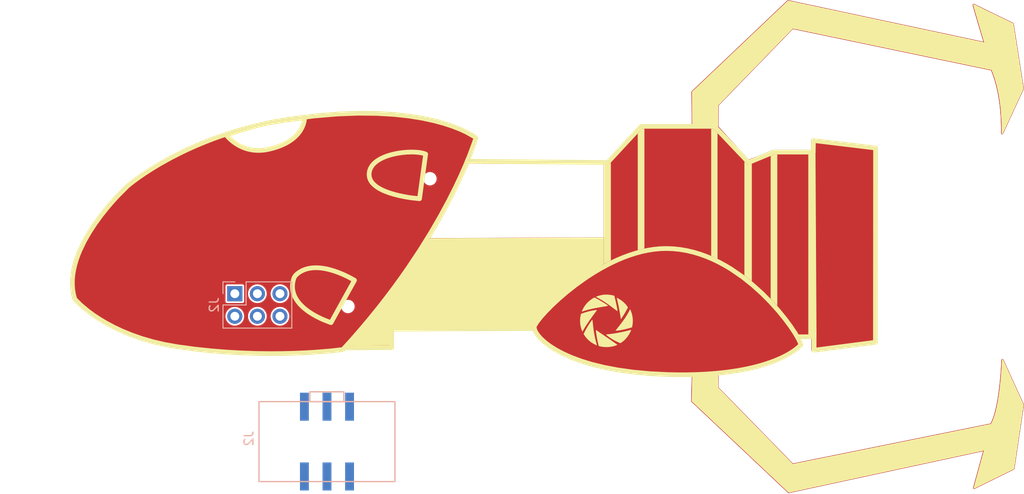
<source format=kicad_pcb>
(kicad_pcb (version 20240108) (generator "pcbnew") (generator_version "8.0")
  (layers (0 "F.Cu" signal) (31 "B.Cu" signal) (34 "B.Paste" user) (35 "F.Paste" user) (36 "B.SilkS" user "B.Silkscreen") (37 "F.SilkS" user "F.Silkscreen") (38 "B.Mask" user) (39 "F.Mask" user) (44 "Edge.Cuts" user))
  (net 0 "")
  (footprint "TestPoint:TestPoint_Pad_1.0x1.0mm" (layer "F.Cu") (at 146.15 74.325)
    (property "Reference" "REF**" (hide yes))
    (property "Value" "." (hide yes))
    (pad "" np_thru_hole circle (at 0 0) (size 1 1) (drill 1) (layers "F&B.Cu"))
  )
  (footprint "TestPoint:TestPoint_Pad_1.0x1.0mm" (layer "F.Cu") (at 136.925 88.7)
    (property "Reference" "REF**" (hide yes))
    (property "Value" "." (hide yes))
    (pad "" np_thru_hole circle (at 0 0) (size 1 1) (drill 1) (layers "F&B.Cu"))
  )
  (footprint "Connector_PinHeader_2.54mm:PinHeader_2x03_P2.54mm_Vertical" (layer "B.Cu") (at 124.195 87.26 -90)
    (property "Reference" "J2" (at 1.27 2.33 90) (layer "B.SilkS") (effects (justify mirror)))
    (property "Value" "SAO")
    (pad "1" thru_hole rect (at 0 0 270) (size 1.7 1.7) (drill 1) (layers "*.Cu" "*.Mask"))
    (pad "2" thru_hole oval (at 2.54 0 270) (size 1.7 1.7) (drill 1) (layers "*.Cu" "*.Mask"))
    (pad "3" thru_hole oval (at 0 -2.54 270) (size 1.7 1.7) (drill 1) (layers "*.Cu" "*.Mask"))
    (pad "4" thru_hole oval (at 2.54 -2.54 270) (size 1.7 1.7) (drill 1) (layers "*.Cu" "*.Mask"))
    (pad "5" thru_hole oval (at 0 -5.08 270) (size 1.7 1.7) (drill 1) (layers "*.Cu" "*.Mask"))
    (pad "6" thru_hole oval (at 2.54 -5.08 270) (size 1.7 1.7) (drill 1) (layers "*.Cu" "*.Mask"))
  )
  (footprint "Connector_PinHeader_2.54mm:PinHeader_2x03_P2.54mm_Vertical_SMD" (layer "B.Cu") (at 134.565 103.9 -90)
    (property "Reference" "J2" (at -0.335 8.79 90) (layer "B.SilkS") (effects (justify mirror)))
    (property "Value" "SAO")
    (pad "1" smd rect (at -3.925 2.54 270) (size 3.15 1) (layers "B.Cu" "B.Paste" "B.Mask"))
    (pad "2" smd rect (at 3.925 2.54 270) (size 3.15 1) (layers "B.Cu" "B.Paste" "B.Mask"))
    (pad "3" smd rect (at -3.925 0 270) (size 3.15 1) (layers "B.Cu" "B.Paste" "B.Mask"))
    (pad "4" smd rect (at 3.925 0 270) (size 3.15 1) (layers "B.Cu" "B.Paste" "B.Mask"))
    (pad "5" smd rect (at -3.925 -2.54 270) (size 3.15 1) (layers "B.Cu" "B.Paste" "B.Mask"))
    (pad "6" smd rect (at 3.925 -2.54 270) (size 3.15 1) (layers "B.Cu" "B.Paste" "B.Mask"))
  )
  (gr_line (start 136.52259 93.368042) (end 141.851791 93.321556) (stroke (width 0.529166)) (layer "F.SilkS"))
  (gr_line (start 189.375 92.105098) (end 187.485358 92.108276) (stroke (width 0.529166)) (layer "F.SilkS"))
  (gr_poly (pts (xy 163.048117 90.519745) (xy 163.042379 90.407257) (xy 163.04112 90.309531) (xy 163.040929 90.294682) (xy 163.043778 90.182157) (xy 163.050936 90.069822) (xy 163.062411 89.957813) (xy 163.078214 89.846269) (xy 163.098353 89.735328) (xy 163.12284 89.625129) (xy 163.131333 89.590567) (xy 163.135022 89.576545) (xy 163.138546 89.564436) (xy 163.142063 89.554043) (xy 163.143866 89.549429) (xy 163.145726 89.545171) (xy 163.147662 89.541244) (xy 163.149692 89.537623) (xy 163.151838 89.534285) (xy 163.154117 89.531205) (xy 163.15655 89.528358) (xy 163.159155 89.52572) (xy 163.161954 89.523266) (xy 163.164964 89.520972) (xy 163.168205 89.518814) (xy 163.171697 89.516766) (xy 163.17546 89.514806) (xy 163.179512 89.512907) (xy 163.188563 89.509197) (xy 163.199007 89.505442) (xy 163.224693 89.497013) (xy 163.255124 89.486937) (xy 163.293582 89.473847) (xy 163.335142 89.459437) (xy 163.374877 89.4454) (xy 163.550896 89.385352) (xy 163.731381 89.329257) (xy 163.91447 89.277566) (xy 164.098298 89.230726) (xy 164.281001 89.189189) (xy 164.460715 89.153402) (xy 164.635575 89.123816) (xy 164.803718 89.100879) (xy 164.810001 89.100241) (xy 164.818007 89.099595) (xy 164.837871 89.098354) (xy 164.860681 89.097296) (xy 164.883811 89.096561) (xy 164.93814 89.095279) (xy 164.918784 89.127315) (xy 164.896557 89.163439) (xy 164.873408 89.199584) (xy 164.847958 89.237714) (xy 164.818824 89.279791) (xy 164.784626 89.32778) (xy 164.743984 89.383645) (xy 164.63784 89.526855) (xy 164.435826 89.801165) (xy 164.241238 90.072596) (xy 164.056117 90.338079) (xy 163.882509 90.594548) (xy 163.722458 90.838933) (xy 163.578008 91.068167) (xy 163.451202 91.279182) (xy 163.344085 91.46891) (xy 163.330059 91.49492) (xy 163.32435 91.504997) (xy 163.319285 91.51296) (xy 163.314695 91.51869) (xy 163.312526 91.52068) (xy 163.310412 91.522067) (xy 163.308332 91.522835) (xy 163.306266 91.52297) (xy 163.304191 91.522456) (xy 163.302088 91.521279) (xy 163.299935 91.519423) (xy 163.29771 91.516873) (xy 163.292963 91.509633) (xy 163.287677 91.499437) (xy 163.281685 91.486166) (xy 163.266904 91.449916) (xy 163.247268 91.399921) (xy 163.207565 91.293106) (xy 163.172074 91.185099) (xy 163.140805 91.076037) (xy 163.113767 90.966058) (xy 163.090969 90.855302) (xy 163.072422 90.743905) (xy 163.058135 90.632007)) (fill solid) (layer "F.SilkS"))
  (gr_poly (pts (xy 170.27999 68.695484) (xy 170.27999 82.176128) (xy 169.532371 82.364196) (xy 169.532371 69.222318) (xy 170.014014 68.687187)) (fill solid) (layer "F.SilkS"))
  (gr_line (start 166.146041 72.500049) (end 169.912132 68.43094) (stroke (width 0.529166)) (layer "F.SilkS"))
  (gr_poly (pts (xy 164.813667 87.609687) (xy 164.855895 87.633354) (xy 164.86588 87.638879) (xy 165.055335 87.743709) (xy 165.257611 87.857324) (xy 165.449363 87.969663) (xy 165.636023 88.084313) (xy 165.823026 88.204857) (xy 166.015804 88.334882) (xy 166.219792 88.477974) (xy 166.440422 88.637718) (xy 166.683128 88.817699) (xy 166.812454 88.913867) (xy 166.936214 89.004767) (xy 167.04037 89.080157) (xy 167.110885 89.129799) (xy 167.199296 89.190146) (xy 167.245033 89.221702) (xy 167.248454 89.222232) (xy 167.250786 89.218199) (xy 167.252309 89.197099) (xy 167.249855 89.159722) (xy 167.243677 89.107384) (xy 167.221157 88.963096) (xy 167.186769 88.774777) (xy 167.142534 88.552966) (xy 167.090473 88.308204) (xy 167.032606 88.051031) (xy 166.970954 87.791988) (xy 166.927829 87.614865) (xy 166.906493 87.525066) (xy 166.905829 87.522205) (xy 166.905057 87.519468) (xy 166.90415 87.516843) (xy 166.903082 87.514319) (xy 166.90183 87.511888) (xy 166.900366 87.509538) (xy 166.898666 87.507258) (xy 166.896704 87.505039) (xy 166.894454 87.502871) (xy 166.891891 87.500742) (xy 166.888989 87.498642) (xy 166.885723 87.496562) (xy 166.882067 87.49449) (xy 166.877995 87.492416) (xy 166.873483 87.49033) (xy 166.868505 87.488221) (xy 166.863034 87.48608) (xy 166.857046 87.483895) (xy 166.850515 87.481656) (xy 166.843415 87.479354) (xy 166.835722 87.476976) (xy 166.827408 87.474514) (xy 166.81845 87.471957) (xy 166.80882 87.469294) (xy 166.787447 87.463609) (xy 166.763085 87.457377) (xy 166.735528 87.450515) (xy 166.704574 87.442939) (xy 166.65196 87.430902) (xy 166.596722 87.41971) (xy 166.479954 87.399984) (xy 166.357431 87.38401) (xy 166.232314 87.372038) (xy 166.107767 87.364317) (xy 165.986952 87.361096) (xy 165.87303 87.362625) (xy 165.819643 87.365248) (xy 165.769164 87.369152) (xy 165.647819 87.382645) (xy 165.528404 87.400345) (xy 165.410781 87.422286) (xy 165.29481 87.448501) (xy 165.180352 87.479025) (xy 165.067268 87.513892) (xy 164.955418 87.553136) (xy 164.844665 87.59679)) (fill solid) (layer "F.SilkS"))
  (gr_line (start 150.348239 72.360674) (end 166.146041 72.500049) (stroke (width 0.529166)) (layer "F.SilkS"))
  (gr_line (start 196.289069 70.869096) (end 196.27127 92.728119) (stroke (width 0.529166)) (layer "F.SilkS"))
  (gr_poly (pts (xy 165.867122 88.689613) (xy 165.939132 88.677007) (xy 166.005143 88.664593) (xy 166.063652 88.652692) (xy 166.113153 88.641624) (xy 166.152142 88.631709) (xy 166.179114 88.623269) (xy 166.187624 88.619701) (xy 166.192565 88.616623) (xy 166.192619 88.610145) (xy 166.184221 88.599051) (xy 166.144203 88.56428) (xy 166.076775 88.51485) (xy 165.9862 88.453304) (xy 165.752662 88.304025) (xy 165.477694 88.13677) (xy 165.195401 87.971868) (xy 164.939889 87.829648) (xy 164.832834 87.773397) (xy 164.745263 87.730439) (xy 164.681441 87.703316) (xy 164.659767 87.696486) (xy 164.645629 87.694568) (xy 164.644048 87.694766) (xy 164.642119 87.69518) (xy 164.639868 87.695797) (xy 164.637322 87.696607) (xy 164.634508 87.697597) (xy 164.631452 87.698756) (xy 164.62818 87.700073) (xy 164.624721 87.701536) (xy 164.617343 87.704852) (xy 164.609533 87.708613) (xy 164.601503 87.712726) (xy 164.593467 87.717098) (xy 164.49014 87.777463) (xy 164.390066 87.840713) (xy 164.293268 87.906821) (xy 164.199774 87.97576) (xy 164.109609 88.047502) (xy 164.022799 88.122022) (xy 163.93937 88.199293) (xy 163.859348 88.279287) (xy 163.782758 88.361979) (xy 163.709626 88.44734) (xy 163.639979 88.535345) (xy 163.573841 88.625966) (xy 163.51124 88.719177) (xy 163.4522 88.814951) (xy 163.396748 88.913261) (xy 163.344909 89.01408) (xy 163.325231 89.055108) (xy 163.30503 89.098758) (xy 163.292683 89.126663) (xy 163.267226 89.184194) (xy 163.251709 89.221114) (xy 163.239837 89.250925) (xy 163.232654 89.271194) (xy 163.231146 89.276989) (xy 163.2312 89.279487) (xy 163.232079 89.279447) (xy 163.234243 89.278975) (xy 163.242162 89.276818) (xy 163.25442 89.273184) (xy 163.270479 89.268239) (xy 163.311859 89.25509) (xy 163.362006 89.238712) (xy 163.604324 89.162246) (xy 163.8559 89.090284) (xy 164.120857 89.021915) (xy 164.403318 88.956228) (xy 164.707402 88.892313) (xy 165.037233 88.829259) (xy 165.396931 88.766155) (xy 165.790618 88.702091)) (fill solid) (layer "F.SilkS"))
  (gr_line (start 189.375 93.618145) (end 189.375 92.105098) (stroke (width 0.529166)) (layer "F.SilkS"))
  (gr_poly (pts (xy 166.506286 83.513282) (xy 165.706634 83.919818) (xy 165.706634 72.711753) (xy 166.309562 72.711753) (xy 166.506286 72.507789)) (fill solid) (layer "F.SilkS"))
  (gr_line (start 141.851791 91.256004) (end 157.892749 91.185188) (stroke (width 0.529166)) (layer "F.SilkS"))
  (gr_line (start 178.136924 68.43094) (end 182.000106 72.500049) (stroke (width 0.529166)) (layer "F.SilkS"))
  (gr_poly (pts (xy 189.644881 92.093189) (xy 188.721313 92.088081) (xy 188.721313 71.364176) (xy 189.52835 71.364176)) (fill solid) (layer "F.SilkS"))
  (gr_line (start 141.851791 93.321556) (end 141.851791 91.256004) (stroke (width 0.529166)) (layer "F.SilkS"))
  (gr_line (start 169.912132 68.43094) (end 178.136924 68.43094) (stroke (width 0.529166)) (layer "F.SilkS"))
  (gr_poly (pts (xy 165.706634 83.919818) (xy 164.896816 84.443053) (xy 163.999069 85.068098) (xy 162.874562 85.909649) (xy 162.251134 86.405574) (xy 161.599647 86.948376) (xy 160.929646 87.535639) (xy 160.250673 88.164945) (xy 159.572273 88.833879) (xy 158.90399 89.540024) (xy 158.255367 90.280963) (xy 157.635947 91.054279) (xy 141.848479 91.06776) (xy 141.809589 91.124919) (xy 141.781977 91.16509) (xy 141.772255 91.178952) (xy 141.767589 91.185188) (xy 141.762923 91.192051) (xy 141.7532 91.207562) (xy 141.725589 91.252739) (xy 141.686698 91.317176) (xy 141.646247 93.063102) (xy 137.048873 93.11029) (xy 146.186706 81.019264) (xy 165.706634 80.938327)) (fill solid) (layer "F.SilkS"))
  (gr_poly (pts (xy 166.777327 93.178705) (xy 166.65103 93.206814) (xy 166.520694 93.229713) (xy 166.387193 93.247342) (xy 166.251398 93.259639) (xy 166.114185 93.266543) (xy 165.976427 93.267992) (xy 165.838997 93.263924) (xy 165.702769 93.254279) (xy 165.568616 93.238995) (xy 165.437413 93.218011) (xy 165.310032 93.191264) (xy 165.187347 93.158695) (xy 165.145225 93.146228) (xy 165.126907 93.084232) (xy 165.079669 92.906346) (xy 165.029406 92.686387) (xy 164.97899 92.44051) (xy 164.931295 92.18487) (xy 164.889193 91.935621) (xy 164.855559 91.708919) (xy 164.833266 91.520919) (xy 164.830478 91.486309) (xy 164.82727 91.44648) (xy 164.825187 91.387775) (xy 164.825208 91.384076) (xy 164.825275 91.380481) (xy 164.825387 91.377009) (xy 164.825539 91.373677) (xy 164.825731 91.370505) (xy 164.82596 91.367511) (xy 164.826223 91.364714) (xy 164.826518 91.362132) (xy 164.826843 91.359784) (xy 164.827195 91.357689) (xy 164.827572 91.355866) (xy 164.827972 91.354332) (xy 164.828392 91.353106) (xy 164.828609 91.352615) (xy 164.82883 91.352208) (xy 164.829055 91.351887) (xy 164.829283 91.351655) (xy 164.829515 91.351514) (xy 164.829749 91.351467) (xy 164.832705 91.351973) (xy 164.837078 91.35343) (xy 164.842704 91.355744) (xy 164.849417 91.358824) (xy 164.865444 91.366907) (xy 164.883839 91.376936) (xy 164.90328 91.388169) (xy 164.922445 91.399864) (xy 164.940014 91.411278) (xy 164.947787 91.416648) (xy 164.954665 91.421669) (xy 165.044566 91.48731) (xy 165.174881 91.578504) (xy 165.355884 91.702346) (xy 165.597846 91.865936) (xy 165.902486 92.07193) (xy 166.169065 92.254387) (xy 166.444956 92.445968) (xy 166.777534 92.679336) (xy 166.918814 92.778512) (xy 167.043407 92.865463) (xy 167.137821 92.93081) (xy 167.188567 92.965175) (xy 167.247764 93.003337) (xy 167.224647 93.015407) (xy 167.123244 93.063738) (xy 167.014307 93.107106) (xy 166.89871 93.145449)) (fill solid) (layer "F.SilkS"))
  (gr_line (start 189.275 71.331911) (end 189.3 70.025) (stroke (width 0.529166)) (layer "F.SilkS"))
  (gr_poly (pts (xy 133.666977 84.35271) (xy 133.925819 84.377225) (xy 134.183925 84.41325) (xy 134.440291 84.459611) (xy 134.693916 84.515136) (xy 134.943799 84.578654) (xy 135.428329 84.724979) (xy 135.885868 84.889206) (xy 136.308403 85.061961) (xy 136.687918 85.233865) (xy 137.016401 85.395541) (xy 137.488214 85.650702) (xy 137.659732 85.752426) (xy 135.019141 90.514152) (xy 134.794769 90.438431) (xy 134.212433 90.210306) (xy 133.829583 90.038642) (xy 133.408308 89.828336) (xy 132.965628 89.579209) (xy 132.518566 89.291079) (xy 132.298711 89.132332) (xy 132.084144 88.963768) (xy 131.876992 88.785362) (xy 131.679383 88.597094) (xy 131.493444 88.398939) (xy 131.321304 88.190877) (xy 131.16509 87.972884) (xy 131.02693 87.744938) (xy 130.908951 87.507016) (xy 130.813282 87.259095) (xy 130.742049 87.001154) (xy 130.697381 86.73317) (xy 130.681406 86.455119) (xy 130.696251 86.166981) (xy 130.744043 85.868731) (xy 130.826911 85.560348) (xy 130.847683 85.502975) (xy 130.872176 85.447568) (xy 130.900145 85.394064) (xy 130.931348 85.342401) (xy 130.965541 85.292517) (xy 131.002481 85.24435) (xy 131.041926 85.197837) (xy 131.083631 85.152916) (xy 131.127355 85.109524) (xy 131.172852 85.0676) (xy 131.219882 85.02708) (xy 131.268199 84.987902) (xy 131.317562 84.950004) (xy 131.367727 84.913324) (xy 131.469489 84.843368) (xy 131.689892 84.711558) (xy 131.918572 84.601806) (xy 132.154529 84.512941) (xy 132.396761 84.443789) (xy 132.644265 84.393178) (xy 132.896041 84.359937) (xy 133.151085 84.342894) (xy 133.408398 84.340875)) (stroke (width 0.529166)) (fill none) (layer "F.SilkS"))
  (gr_poly (pts (xy 132.02996 67.577064) (xy 132.01757 67.709241) (xy 131.989064 67.883539) (xy 131.938002 68.093754) (xy 131.857947 68.333686) (xy 131.74246 68.597131) (xy 131.585102 68.877888) (xy 131.488709 69.02282) (xy 131.379434 69.169755) (xy 131.256472 69.317916) (xy 131.119018 69.466529) (xy 130.966267 69.614818) (xy 130.797415 69.762008) (xy 130.611657 69.907323) (xy 130.408187 70.04999) (xy 130.186201 70.189231) (xy 129.944894 70.324273) (xy 129.683462 70.454339) (xy 129.401099 70.578654) (xy 129.097 70.696444) (xy 128.770362 70.806932) (xy 128.420378 70.909344) (xy 128.046245 71.002905) (xy 127.755813 71.061886) (xy 127.474014 71.103932) (xy 127.200886 71.130029) (xy 126.936469 71.141167) (xy 126.680799 71.138332) (xy 126.433917 71.122513) (xy 126.195861 71.094698) (xy 125.966668 71.055873) (xy 125.746377 71.007028) (xy 125.535028 70.94915) (xy 125.332658 70.883227) (xy 125.139306 70.810246) (xy 124.955011 70.731196) (xy 124.779811 70.647064) (xy 124.613744 70.558838) (xy 124.456849 70.467506) (xy 124.309164 70.374057) (xy 124.170729 70.279477) (xy 124.041581 70.184755) (xy 123.921759 70.090878) (xy 123.710247 69.909612) (xy 123.536501 69.743582) (xy 123.400829 69.600691) (xy 123.303539 69.488842) (xy 123.225337 69.389879) (xy 124.804183 68.8903) (xy 126.197266 68.479013) (xy 126.875418 68.295174) (xy 127.476812 68.149559) (xy 128.101653 68.025485) (xy 128.819103 67.903401) (xy 129.574939 67.787793) (xy 130.314941 67.683146) (xy 131.530548 67.524677) (xy 132.032146 67.46388)) (stroke (width 0.529166)) (fill none) (layer "F.SilkS"))
  (gr_line (start 182.000106 72.500049) (end 184.84497 71.326107) (stroke (width 0.529166)) (layer "F.SilkS"))
  (gr_poly (pts (xy 178.50682 69.205726) (xy 178.50682 83.351497) (xy 177.791808 83.003036) (xy 177.791808 68.691335) (xy 178.032714 68.691335)) (fill solid) (layer "F.SilkS"))
  (gr_line (start 196.27127 92.728119) (end 189.375 93.618145) (stroke (width 0.529166)) (layer "F.SilkS"))
  (gr_line (start 189.3 70.025) (end 196.289069 70.869096) (stroke (width 0.529166)) (layer "F.SilkS"))
  (gr_poly (pts (xy 185.232421 88.636856) (xy 184.484794 87.81509) (xy 184.484794 71.762666) (xy 184.894996 71.591728) (xy 185.232421 71.589176)) (fill solid) (layer "F.SilkS"))
  (gr_poly (pts (xy 208.60311 59.073828) (xy 207.96503 56.921336) (xy 207.530971 55.441498) (xy 207.343383 54.768844) (xy 211.725044 56.904905) (xy 212.86428 64.18942) (xy 210.541991 69.206422) (xy 210.546956 68.508951) (xy 210.524087 67.7305) (xy 210.497834 67.261084) (xy 210.458471 66.748584) (xy 210.403575 66.200783) (xy 210.330724 65.625462) (xy 210.237494 65.030405) (xy 210.121462 64.423393) (xy 209.980206 63.81221) (xy 209.811302 63.204637) (xy 209.715724 62.904636) (xy 209.612327 62.608456) (xy 209.500806 62.31707) (xy 209.380859 62.031451) (xy 186.957694 57.354025) (xy 178.512038 66.051626) (xy 178.50682 68.43094) (xy 175.740638 68.43094) (xy 175.707778 64.561861) (xy 186.453803 54.352587)) (stroke (width 0.132291)) (fill solid) (layer "F.SilkS"))
  (gr_poly (pts (xy 167.204108 87.735663) (xy 167.217674 87.742095) (xy 167.233621 87.749881) (xy 167.252119 87.759078) (xy 167.273339 87.769741) (xy 167.297454 87.781925) (xy 167.384177 87.827646) (xy 167.469324 87.876228) (xy 167.552743 87.927535) (xy 167.634283 87.981432) (xy 167.713794 88.037784) (xy 167.791126 88.096456) (xy 167.866126 88.157312) (xy 167.938645 88.220217) (xy 168.008531 88.285035) (xy 168.075634 88.351633) (xy 168.139803 88.419873) (xy 168.200888 88.489621) (xy 168.258736 88.560742) (xy 168.313199 88.6331) (xy 168.364124 88.70656) (xy 168.411361 88.780986) (xy 168.430633 88.812816) (xy 168.269775 89.101459) (xy 168.179894 89.261239) (xy 168.09579 89.407551) (xy 168.016501 89.541951) (xy 167.941063 89.665996) (xy 167.868515 89.781242) (xy 167.797896 89.889245) (xy 167.728242 89.991562) (xy 167.658591 90.089748) (xy 167.628486 90.13134) (xy 167.596267 89.910278) (xy 167.553619 89.635207) (xy 167.503068 89.338057) (xy 167.387482 88.72374) (xy 167.327058 88.429682) (xy 167.267955 88.159766) (xy 167.212478 87.925545) (xy 167.162933 87.738575) (xy 167.161632 87.733742) (xy 167.161157 87.731603) (xy 167.160826 87.729658) (xy 167.160662 87.727914) (xy 167.160686 87.726377) (xy 167.160775 87.725688) (xy 167.160919 87.725054) (xy 167.161121 87.724476) (xy 167.161383 87.723954) (xy 167.161709 87.723489) (xy 167.1621 87.723081) (xy 167.162559 87.722733) (xy 167.16309 87.722444) (xy 167.163694 87.722216) (xy 167.164374 87.722049) (xy 167.165134 87.721945) (xy 167.165976 87.721903) (xy 167.166902 87.721926) (xy 167.167915 87.722014) (xy 167.170213 87.722387) (xy 167.172893 87.72303) (xy 167.175974 87.723949) (xy 167.179479 87.725152) (xy 167.183429 87.726646) (xy 167.187846 87.728437) (xy 167.19275 87.730532) (xy 167.198164 87.732939)) (fill solid) (layer "F.SilkS"))
  (gr_line (start 184.84497 71.326107) (end 189.275 71.331911) (stroke (width 0.529166)) (layer "F.SilkS"))
  (gr_poly (pts (xy 168.886481 91.043092) (xy 168.885289 91.04504) (xy 168.884064 91.0467) (xy 168.882793 91.048104) (xy 168.881466 91.049282) (xy 168.880071 91.050265) (xy 168.878598 91.051083) (xy 168.877035 91.051767) (xy 168.875372 91.052347) (xy 168.873597 91.052854) (xy 168.869667 91.05377) (xy 168.865157 91.05476) (xy 168.849489 91.058938) (xy 168.821184 91.067023) (xy 168.742736 91.090255) (xy 168.520664 91.153777) (xy 168.287072 91.214513) (xy 168.050879 91.270634) (xy 167.821007 91.320314) (xy 167.606376 91.361723) (xy 167.415906 91.393034) (xy 167.258519 91.41242) (xy 167.195019 91.41707) (xy 167.143134 91.418052) (xy 167.019599 91.415557) (xy 167.065146 91.359604) (xy 167.130912 91.278812) (xy 167.395885 90.949476) (xy 167.628541 90.651443) (xy 167.833129 90.378567) (xy 168.013893 90.124703) (xy 168.175082 89.883707) (xy 168.320941 89.649431) (xy 168.455716 89.41573) (xy 168.583656 89.17646) (xy 168.641118 89.065516) (xy 168.659689 89.029973) (xy 168.667808 89.014785) (xy 168.668539 89.01418) (xy 168.66954 89.014304) (xy 168.672319 89.016667) (xy 168.676081 89.021736) (xy 168.680762 89.029369) (xy 168.692621 89.051771) (xy 168.707382 89.082753) (xy 168.724532 89.121196) (xy 168.743554 89.16598) (xy 168.763936 89.215985) (xy 168.785163 89.270092) (xy 168.82071 89.367652) (xy 168.852646 89.466229) (xy 168.880967 89.565746) (xy 168.905667 89.66613) (xy 168.926739 89.767305) (xy 168.944177 89.869197) (xy 168.957975 89.971729) (xy 168.968127 90.074828) (xy 168.974628 90.178419) (xy 168.977471 90.282425) (xy 168.976651 90.386773) (xy 168.97216 90.491388) (xy 168.963994 90.596194) (xy 168.952146 90.701116) (xy 168.93661 90.80608) (xy 168.917381 90.91101) (xy 168.907797 90.958713) (xy 168.903909 90.977791) (xy 168.900506 90.994014) (xy 168.897498 91.007624) (xy 168.896115 91.013526) (xy 168.894797 91.018867) (xy 168.893534 91.023676) (xy 168.892314 91.027986) (xy 168.891127 91.031825) (xy 168.889961 91.035225) (xy 168.888806 91.038215) (xy 168.887649 91.040828)) (fill solid) (layer "F.SilkS"))
  (gr_line (start 196.173807 83.024353) (end 196.173809 83.024353) (stroke (width 0.1)) (layer "F.SilkS"))
  (gr_poly (pts (xy 173.522664 82.204502) (xy 174.309248 82.287328) (xy 175.082267 82.421166) (xy 175.840891 82.602575) (xy 176.584293 82.828114) (xy 177.311643 83.094342) (xy 178.022113 83.397816) (xy 178.714875 83.735098) (xy 179.3891 84.102744) (xy 180.043959 84.497314) (xy 181.292265 85.353463) (xy 182.453166 86.276016) (xy 183.520032 87.237443) (xy 184.486235 88.210215) (xy 185.345146 89.166804) (xy 186.090137 90.079682) (xy 186.714579 90.921318) (xy 187.211843 91.664185) (xy 187.575301 92.280753) (xy 187.798323 92.743494) (xy 187.874282 93.024879) (xy 187.722382 93.182887) (xy 187.519308 93.363373) (xy 187.219752 93.596382) (xy 187.031044 93.729036) (xy 186.814915 93.870564) (xy 186.570266 94.019548) (xy 186.295997 94.174569) (xy 185.991008 94.334209) (xy 185.654199 94.497049) (xy 185.284469 94.66167) (xy 184.88072 94.826654) (xy 184.441852 94.990582) (xy 183.966763 95.152035) (xy 183.454355 95.309595) (xy 182.903527 95.461843) (xy 182.31318 95.60736) (xy 181.682213 95.744727) (xy 181.009527 95.872527) (xy 180.294021 95.98934) (xy 179.534597 96.093748) (xy 178.730153 96.184332) (xy 177.87959 96.259673) (xy 176.981808 96.318353) (xy 176.035707 96.358952) (xy 175.040187 96.380053) (xy 173.994149 96.380237) (xy 172.896491 96.358085) (xy 170.845348 96.254525) (xy 168.971409 96.078619) (xy 167.268483 95.839323) (xy 165.730377 95.545588) (xy 164.350901 95.206368) (xy 163.123863 94.830618) (xy 162.043071 94.427288) (xy 161.102333 94.005334) (xy 160.295459 93.573709) (xy 159.616256 93.141365) (xy 159.058533 92.717257) (xy 158.616098 92.310337) (xy 158.28276 91.929558) (xy 158.052328 91.583875) (xy 157.918608 91.28224) (xy 157.875411 91.033607) (xy 157.897242 90.928218) (xy 157.961787 90.784326) (xy 158.213349 90.392014) (xy 158.618744 89.878627) (xy 159.166624 89.266119) (xy 159.845638 88.576445) (xy 160.644434 87.831559) (xy 161.551663 87.053417) (xy 162.555973 86.263972) (xy 163.646015 85.485181) (xy 164.219638 85.106641) (xy 164.810438 84.738998) (xy 165.416995 84.384995) (xy 166.037891 84.047377) (xy 166.671707 83.728888) (xy 167.317024 83.432273) (xy 167.972423 83.160277) (xy 168.636486 82.915642) (xy 169.307794 82.701114) (xy 169.984927 82.519437) (xy 170.666467 82.373356) (xy 171.350996 82.265614) (xy 172.037094 82.198957) (xy 172.723342 82.176128)) (stroke (width 0.529166)) (fill none) (layer "F.SilkS"))
  (gr_poly (pts (xy 140.160499 66.974917) (xy 142.072625 67.085175) (xy 143.78503 67.271029) (xy 145.30409 67.516243) (xy 146.636181 67.80458) (xy 147.787677 68.119803) (xy 148.764956 68.445675) (xy 149.574392 68.76596) (xy 150.222361 69.064421) (xy 151.0594 69.530923) (xy 151.327079 69.71529) (xy 151.16517 70.215421) (xy 150.638336 71.642786) (xy 150.218804 72.669948) (xy 149.68492 73.887838) (xy 149.028976 75.282764) (xy 148.243264 76.841033) (xy 147.320078 78.548951) (xy 146.25171 80.392825) (xy 145.030453 82.358963) (xy 143.6486 84.43367) (xy 142.895041 85.507458) (xy 142.098443 86.603254) (xy 141.257842 87.719345) (xy 140.372276 88.854021) (xy 139.440779 90.005569) (xy 138.46239 91.172279) (xy 137.436145 92.352438) (xy 136.361079 93.544334) (xy 134.88995 93.710048) (xy 133.16746 93.847946) (xy 132.093441 93.910458) (xy 130.890507 93.960986) (xy 129.568361 93.993759) (xy 128.136705 94.003007) (xy 126.60524 93.982959) (xy 124.983669 93.927844) (xy 123.281692 93.831893) (xy 121.509013 93.689336) (xy 119.675333 93.4944) (xy 117.790353 93.241317) (xy 116.320228 92.981485) (xy 114.957566 92.663011) (xy 113.700626 92.2963) (xy 112.547668 91.891757) (xy 111.49695 91.459786) (xy 110.546733 91.010791) (xy 109.695274 90.555178) (xy 108.940834 90.10335) (xy 108.28167 89.665713) (xy 107.716044 89.25267) (xy 106.858436 88.541987) (xy 106.189062 87.873558) (xy 106.046113 87.335777) (xy 105.956049 86.791722) (xy 105.915699 86.242926) (xy 105.921892 85.690918) (xy 105.971458 85.13723) (xy 106.061227 84.583392) (xy 106.188027 84.030936) (xy 106.348689 83.481393) (xy 106.540041 82.936294) (xy 106.758914 82.397169) (xy 107.266538 81.342968) (xy 107.846197 80.331038) (xy 108.472526 79.373626) (xy 109.120162 78.482981) (xy 109.763738 77.671351) (xy 110.377893 76.950983) (xy 110.93726 76.334126) (xy 112.119575 75.146766) (xy 112.426115 74.89434) (xy 112.805897 74.600462) (xy 113.333673 74.214055) (xy 114.00718 73.749554) (xy 114.824158 73.221396) (xy 115.782345 72.644017) (xy 116.879478 72.031853) (xy 118.113298 71.39934) (xy 118.780759 71.079963) (xy 119.481542 70.760913) (xy 120.215367 70.443993) (xy 120.981949 70.131008) (xy 121.781007 69.823763) (xy 122.612258 69.524063) (xy 123.475419 69.23371) (xy 124.370207 68.954511) (xy 125.29634 68.68827) (xy 126.253534 68.43679) (xy 127.241508 68.201877) (xy 128.259979 67.985336) (xy 129.308663 67.78897) (xy 130.387279 67.614584) (xy 133.162043 67.260089) (xy 135.711584 67.046138) (xy 138.042278 66.956493)) (stroke (width 0.529166)) (fill none) (layer "F.SilkS"))
  (gr_poly (pts (xy 144.566448 71.335825) (xy 144.996944 71.380442) (xy 145.190814 71.413478) (xy 145.36834 71.453481) (xy 145.527953 71.500311) (xy 145.668082 71.553829) (xy 144.975471 76.575283) (xy 144.089411 76.477884) (xy 143.660225 76.413585) (xy 143.181199 76.328742) (xy 142.668946 76.22107) (xy 142.140079 76.088288) (xy 141.611212 75.928113) (xy 141.098958 75.738261) (xy 140.854253 75.631493) (xy 140.619932 75.51645) (xy 140.398071 75.392847) (xy 140.190747 75.260398) (xy 140.000036 75.118817) (xy 139.828016 74.967821) (xy 139.676763 74.807122) (xy 139.548353 74.636436) (xy 139.444864 74.455478) (xy 139.368372 74.263961) (xy 139.320954 74.061602) (xy 139.304687 73.848114) (xy 139.31901 73.629657) (xy 139.360932 73.42206) (xy 139.428885 73.225181) (xy 139.521298 73.038883) (xy 139.636603 72.863027) (xy 139.773229 72.697472) (xy 139.929608 72.542081) (xy 140.10417 72.396715) (xy 140.295345 72.261234) (xy 140.501565 72.135499) (xy 140.72126 72.019372) (xy 140.952859 71.912713) (xy 141.194795 71.815383) (xy 141.445498 71.727244) (xy 141.703397 71.648156) (xy 141.966924 71.57798) (xy 142.504584 71.46381) (xy 143.045922 71.383622) (xy 143.578382 71.336303) (xy 144.089409 71.320741)) (stroke (width 0.529166)) (fill none) (layer "F.SilkS"))
  (gr_poly (pts (xy 163.451491 91.769918) (xy 163.452894 91.766531) (xy 163.453219 91.765747) (xy 163.457418 91.756733) (xy 163.462598 91.746633) (xy 163.475852 91.722263) (xy 163.482848 91.709305) (xy 163.490335 91.695025) (xy 163.505857 91.664372) (xy 163.520557 91.63406) (xy 163.527018 91.620205) (xy 163.532577 91.607845) (xy 163.565002 91.537481) (xy 163.604008 91.458825) (xy 163.698505 91.281905) (xy 163.809565 91.087629) (xy 163.930683 90.886541) (xy 164.055355 90.689184) (xy 164.177076 90.506103) (xy 164.289343 90.34784) (xy 164.339898 90.281311) (xy 164.38565 90.224941) (xy 164.403498 90.203349) (xy 164.410711 90.195802) (xy 164.417032 90.191569) (xy 164.422646 90.19151) (xy 164.427739 90.196486) (xy 164.432496 90.207358) (xy 164.437103 90.224987) (xy 164.446608 90.283958) (xy 164.457739 90.380283) (xy 164.490821 90.712543) (xy 164.522385 91.002795) (xy 164.559397 91.288212) (xy 164.60184 91.568702) (xy 164.649697 91.844173) (xy 164.702951 92.114534) (xy 164.761585 92.379693) (xy 164.82558 92.63956) (xy 164.89492 92.894043) (xy 164.914929 92.965037) (xy 164.923308 92.995547) (xy 164.930395 93.021947) (xy 164.936035 93.043645) (xy 164.94007 93.060052) (xy 164.942344 93.070578) (xy 164.942773 93.073452) (xy 164.942702 93.074634) (xy 164.940238 93.074584) (xy 164.934592 93.073032) (xy 164.914972 93.065947) (xy 164.886272 93.054423) (xy 164.850925 93.039505) (xy 164.770009 93.003662) (xy 164.729303 92.984827) (xy 164.691673 92.966774) (xy 164.600758 92.920065) (xy 164.51127 92.869892) (xy 164.423344 92.816377) (xy 164.337113 92.759641) (xy 164.252713 92.699806) (xy 164.170279 92.636996) (xy 164.089944 92.571331) (xy 164.011844 92.502935) (xy 163.936113 92.431928) (xy 163.862886 92.358434) (xy 163.792298 92.282574) (xy 163.724483 92.204471) (xy 163.659576 92.124246) (xy 163.597712 92.042023) (xy 163.539025 91.957922) (xy 163.483649 91.872066) (xy 163.467782 91.846236) (xy 163.461521 91.835561) (xy 163.456359 91.826078) (xy 163.454187 91.821711) (xy 163.452285 91.817557) (xy 163.450652 91.813587) (xy 163.449286 91.809771) (xy 163.448187 91.806083) (xy 163.447351 91.802493) (xy 163.446779 91.798973) (xy 163.446469 91.795495) (xy 163.446418 91.79203) (xy 163.446626 91.788549) (xy 163.447091 91.785024) (xy 163.447811 91.781427) (xy 163.448786 91.77773) (xy 163.450013 91.773903)) (fill solid) (layer "F.SilkS"))
  (gr_poly (pts (xy 212.876601 99.765438) (xy 211.80857 106.939045) (xy 207.394042 109.110706) (xy 208.568885 104.820781) (xy 186.53186 109.57352) (xy 175.673553 99.338226) (xy 175.749267 96.367214) (xy 178.521568 96.204677) (xy 178.506021 97.023832) (xy 178.499088 97.587001) (xy 178.499479 97.772591) (xy 178.503829 97.842987) (xy 186.959068 106.49403) (xy 209.316505 101.972705) (xy 209.415663 101.789045) (xy 209.509636 101.586265) (xy 209.68256 101.129892) (xy 209.836345 100.616675) (xy 209.97206 100.059704) (xy 210.090775 99.47207) (xy 210.193557 98.866861) (xy 210.281478 98.257167) (xy 210.355604 97.656078) (xy 210.466753 96.532073) (xy 210.535557 95.599562) (xy 210.580337 94.727893)) (stroke (width 0.132291)) (fill solid) (layer "F.SilkS"))
  (gr_poly (pts (xy 181.865768 72.735946) (xy 181.990211 72.769132) (xy 182.366538 72.623399) (xy 182.366538 85.865379) (xy 181.529914 85.197498) (xy 181.529914 72.391636)) (fill solid) (layer "F.SilkS"))
  (gr_poly (pts (xy 166.06057 91.954415) (xy 166.00518 91.904441) (xy 165.997031 91.896721) (xy 165.99434 91.894134) (xy 165.989693 91.889665) (xy 165.983149 91.883248) (xy 165.980168 91.880273) (xy 165.97738 91.877448) (xy 165.974781 91.874773) (xy 165.97237 91.872242) (xy 165.970143 91.869854) (xy 165.9681 91.867606) (xy 165.966237 91.865494) (xy 165.964553 91.863516) (xy 165.963045 91.861669) (xy 165.961711 91.85995) (xy 165.960549 91.858356) (xy 165.959557 91.856884) (xy 165.958733 91.855531) (xy 165.958073 91.854295) (xy 165.957577 91.853172) (xy 165.95739 91.852652) (xy 165.957242 91.852159) (xy 165.957134 91.851693) (xy 165.957066 91.851254) (xy 165.957036 91.850841) (xy 165.957046 91.850453) (xy 165.957094 91.850091) (xy 165.95718 91.849755) (xy 165.957304 91.849442) (xy 165.957467 91.849154) (xy 165.957666 91.848891) (xy 165.957903 91.84865) (xy 165.958177 91.848433) (xy 165.958487 91.848239) (xy 165.958834 91.848067) (xy 165.959217 91.847918) (xy 165.959635 91.84779) (xy 165.96009 91.847684) (xy 165.961104 91.847534) (xy 165.962257 91.847465) (xy 166.073882 91.836816) (xy 166.288494 91.812641) (xy 166.525567 91.784304) (xy 166.704574 91.761169) (xy 166.903767 91.731135) (xy 167.115401 91.695754) (xy 167.335984 91.655726) (xy 167.562026 91.611753) (xy 167.790035 91.564535) (xy 168.01652 91.514773) (xy 168.237988 91.463169) (xy 168.45095 91.410423) (xy 168.712714 91.343734) (xy 168.719312 91.34223) (xy 168.726564 91.340787) (xy 168.734232 91.33944) (xy 168.74208 91.338223) (xy 168.749869 91.337171) (xy 168.757361 91.336319) (xy 168.76432 91.3357) (xy 168.770507 91.33535) (xy 168.798278 91.334362) (xy 168.780555 91.37923) (xy 168.734182 91.489869) (xy 168.683157 91.598952) (xy 168.627702 91.706208) (xy 168.568038 91.811367) (xy 168.504386 91.914159) (xy 168.436969 92.014314) (xy 168.366009 92.111562) (xy 168.291727 92.205632) (xy 168.214345 92.296255) (xy 168.134085 92.38316) (xy 168.051168 92.466077) (xy 167.965817 92.544736) (xy 167.878252 92.618867) (xy 167.788697 92.6882) (xy 167.697372 92.752464) (xy 167.604499 92.81139) (xy 167.573318 92.830116) (xy 167.514404 92.803615) (xy 167.437499 92.769806) (xy 167.335349 92.725761) (xy 167.245658 92.686155) (xy 167.154015 92.64324) (xy 167.061026 92.597391) (xy 166.967298 92.548982) (xy 166.873434 92.498386) (xy 166.780041 92.445978) (xy 166.687724 92.392131) (xy 166.597088 92.337218) (xy 166.508739 92.281615) (xy 166.423282 92.225694) (xy 166.341323 92.16983) (xy 166.263467 92.114396) (xy 166.190319 92.059766) (xy 166.122485 92.006315)) (fill solid) (layer "F.SilkS"))
  (gr_poly (pts (xy 184.75 71.075) (xy 182 72.175) (xy 178.621373 68.45) (xy 178.626479 66.106174) (xy 186.987696 57.49553) (xy 209.277156 62.145065) (xy 209.370479 62.367289) (xy 209.480592 62.654996) (xy 209.582804 62.94778) (xy 209.677126 63.243839) (xy 209.844654 63.846459) (xy 209.984731 64.452544) (xy 210.099911 65.055101) (xy 210.192517 65.646174) (xy 210.264927 66.218018) (xy 210.31951 66.762697) (xy 210.358658 67.272397) (xy 210.384745 67.738844) (xy 210.407496 68.513268) (xy 210.402547 69.208435) (xy 210.404185 69.226371) (xy 210.404077 69.229012) (xy 210.404542 69.230277) (xy 210.404811 69.233228) (xy 210.413343 69.254246) (xy 210.421156 69.275529) (xy 210.422629 69.277127) (xy 210.423447 69.279143) (xy 210.439374 69.295297) (xy 210.454737 69.311969) (xy 210.456711 69.312882) (xy 210.458237 69.314431) (xy 210.479118 69.323254) (xy 210.499705 69.332784) (xy 210.50188 69.332872) (xy 210.503882 69.333719) (xy 210.526556 69.33388) (xy 210.549217 69.334806) (xy 210.551259 69.334056) (xy 210.553433 69.334072) (xy 210.574452 69.32554) (xy 210.595734 69.317727) (xy 210.597333 69.316254) (xy 210.599348 69.315436) (xy 210.615503 69.299509) (xy 210.632174 69.284146) (xy 210.633676 69.281592) (xy 210.634636 69.280646) (xy 210.635666 69.27821) (xy 210.644796 69.262687) (xy 212.967085 64.245685) (xy 212.975278 64.222176) (xy 212.975788 64.209701) (xy 212.978725 64.197569) (xy 212.977308 64.172714) (xy 211.838072 56.888199) (xy 211.831833 56.864097) (xy 211.825964 56.854476) (xy 211.822292 56.843821) (xy 211.813183 56.833528) (xy 211.806024 56.821796) (xy 211.796919 56.815153) (xy 211.78945 56.806715) (xy 211.768248 56.793665) (xy 207.386588 54.657604) (xy 207.3734 54.652708) (xy 207.370533 54.651092) (xy 207.368323 54.650823) (xy 207.363248 54.64894) (xy 207.342232 54.647658) (xy 207.321341 54.645124) (xy 207.317632 54.646158) (xy 207.313787 54.645924) (xy 207.293889 54.652779) (xy 207.27361 54.658435) (xy 207.270578 54.660811) (xy 207.266936 54.662066) (xy 207.251177 54.676014) (xy 207.234606 54.688999) (xy 207.232714 54.692354) (xy 207.229829 54.694908) (xy 207.220602 54.713835) (xy 207.210267 54.732164) (xy 207.209804 54.735985) (xy 207.208115 54.739449) (xy 207.206834 54.760465) (xy 207.204299 54.781356) (xy 207.205235 54.786685) (xy 207.205099 54.78891) (xy 207.206172 54.792024) (xy 207.208604 54.805877) (xy 207.396192 55.47853) (xy 207.3965 55.479322) (xy 207.396658 55.48016) (xy 207.830717 56.959998) (xy 207.830786 56.960167) (xy 207.83082 56.960348) (xy 208.408176 58.907993) (xy 186.467832 54.231294) (xy 186.443092 54.228516) (xy 186.43153 54.230652) (xy 186.419777 54.230351) (xy 186.407402 54.235109) (xy 186.394363 54.237518) (xy 186.3845 54.243915) (xy 186.373525 54.248135) (xy 186.353882 54.263431) (xy 175.607857 64.472705) (xy 175.591576 64.491539) (xy 175.590682 64.49355) (xy 175.589139 64.49512) (xy 175.580647 64.516125) (xy 175.571447 64.53682) (xy 175.571391 64.539018) (xy 175.570565 64.541061) (xy 175.568336 64.565857) (xy 175.600108 68.306857) (xy 169.899685 68.306857) (xy 169.874909 68.309297) (xy 169.872605 68.310251) (xy 169.870113 68.310348) (xy 169.849795 68.319699) (xy 169.829128 68.32826) (xy 169.827365 68.330023) (xy 169.825099 68.331066) (xy 169.806479 68.347592) (xy 166.078544 72.375475) (xy 150.523423 72.238241) (xy 150.743638 71.693286) (xy 150.744187 71.691421) (xy 150.745032 71.689678) (xy 151.271867 70.262313) (xy 151.27252 70.259813) (xy 151.273549 70.257453) (xy 151.435458 69.757322) (xy 151.440768 69.732999) (xy 151.440245 69.726434) (xy 151.441619 69.719998) (xy 151.43829 69.701928) (xy 151.436827 69.683603) (xy 151.433832 69.677738) (xy 151.432638 69.671264) (xy 151.422646 69.655844) (xy 151.414283 69.639474) (xy 151.40927 69.635201) (xy 151.405691 69.629679) (xy 151.386671 69.613615) (xy 151.118992 69.429248) (xy 151.113728 69.426337) (xy 151.10878 69.422905) (xy 150.271741 68.956403) (xy 150.26726 68.954453) (xy 150.263046 68.951986) (xy 149.615077 68.653525) (xy 149.611773 68.65238) (xy 149.608672 68.650786) (xy 148.799236 68.330501) (xy 148.795879 68.32954) (xy 148.792682 68.328113) (xy 147.815403 68.002241) (xy 147.812011 68.001469) (xy 147.808763 68.000227) (xy 146.657267 67.685004) (xy 146.653875 67.684425) (xy 146.650602 67.683372) (xy 145.318511 67.395035) (xy 145.315155 67.394647) (xy 145.311882 67.393783) (xy 143.792822 67.148569) (xy 143.789524 67.148364) (xy 143.786286 67.147687) (xy 142.073881 66.961833) (xy 142.070661 66.961801) (xy 142.067489 66.961303) (xy 140.155363 66.851045) (xy 140.152253 66.851171) (xy 140.149156 66.850839) (xy 138.030936 66.832415) (xy 138.027946 66.832683) (xy 138.024949 66.832504) (xy 135.694256 66.922149) (xy 135.6914 66.922541) (xy 135.688516 66.9225) (xy 133.138976 67.136451) (xy 133.136262 67.13695) (xy 133.133502 67.13703) (xy 130.358738 67.491525) (xy 130.356676 67.491997) (xy 130.354562 67.492129) (xy 129.275946 67.666515) (xy 129.274415 67.666919) (xy 129.272841 67.667057) (xy 128.224158 67.863423) (xy 128.222667 67.863857) (xy 128.22112 67.86403) (xy 127.202649 68.080571) (xy 127.201195 68.081033) (xy 127.199683 68.081239) (xy 126.211709 68.316152) (xy 126.210299 68.316637) (xy 126.208816 68.316875) (xy 125.251622 68.568355) (xy 125.250243 68.568866) (xy 125.248804 68.569131) (xy 124.322672 68.835371) (xy 124.321335 68.835902) (xy 124.319931 68.836193) (xy 123.425143 69.115392) (xy 123.42385 69.115939) (xy 123.422481 69.116255) (xy 122.55932 69.406608) (xy 122.55807 69.40717) (xy 122.556736 69.407508) (xy 121.725485 69.707208) (xy 121.724273 69.707784) (xy 121.722981 69.708141) (xy 120.923923 70.015386) (xy 120.922752 70.015974) (xy 120.921496 70.016348) (xy 120.154915 70.329332) (xy 120.153786 70.329928) (xy 120.152567 70.330318) (xy 119.418742 70.647238) (xy 119.417651 70.647842) (xy 119.416472 70.648245) (xy 118.715689 70.967295) (xy 118.714635 70.967906) (xy 118.713495 70.96832) (xy 118.046034 71.287696) (xy 118.044537 71.288602) (xy 118.042915 71.289242) (xy 116.809094 71.921755) (xy 116.807205 71.922971) (xy 116.80515 71.923866) (xy 115.708017 72.53603) (xy 115.706271 72.537242) (xy 115.704352 72.538156) (xy 114.746164 73.115535) (xy 114.744551 73.116737) (xy 114.742762 73.117659) (xy 113.925784 73.645817) (xy 113.924295 73.647001) (xy 113.922629 73.647924) (xy 113.249123 74.112425) (xy 113.24775 74.113586) (xy 113.246202 74.114501) (xy 112.718426 74.500907) (xy 112.717164 74.502037) (xy 112.715728 74.502938) (xy 112.335946 74.796816) (xy 112.334539 74.798145) (xy 112.332937 74.799219) (xy 112.026397 75.051645) (xy 112.021975 75.056082) (xy 112.017134 75.060072) (xy 110.834819 76.247432) (xy 110.832937 76.249735) (xy 110.830734 76.251731) (xy 110.271366 76.868589) (xy 110.270205 76.870153) (xy 110.268802 76.871505) (xy 109.654647 77.591873) (xy 109.653353 77.593733) (xy 109.651779 77.595361) (xy 109.008203 78.406991) (xy 109.006765 78.409223) (xy 109.005 78.411208) (xy 108.357364 79.301853) (xy 108.355772 79.304567) (xy 108.353801 79.307017) (xy 107.727472 80.264429) (xy 107.725733 80.267761) (xy 107.723549 80.27083) (xy 107.14389 81.282759) (xy 107.142028 81.286907) (xy 107.139666 81.290786) (xy 106.632042 82.344987) (xy 106.630662 82.348761) (xy 106.628795 82.352314) (xy 106.409922 82.891439) (xy 106.409056 82.894368) (xy 106.407763 82.897145) (xy 106.216411 83.442244) (xy 106.215609 83.445533) (xy 106.214345 83.448672) (xy 106.053683 83.998216) (xy 106.052991 84.001892) (xy 106.051799 84.005442) (xy 105.924999 84.557899) (xy 105.924475 84.561992) (xy 105.923416 84.565989) (xy 105.833647 85.119827) (xy 105.833364 85.124361) (xy 105.832517 85.128823) (xy 105.782951 85.682511) (xy 105.782996 85.687474) (xy 105.782453 85.69241) (xy 105.776288 86.241893) (xy 105.77626 86.244418) (xy 105.776728 86.249778) (xy 105.776594 86.255155) (xy 105.816944 86.803951) (xy 105.817928 86.809627) (xy 105.818307 86.815381) (xy 105.908371 87.359435) (xy 105.909949 87.365311) (xy 105.910928 87.371319) (xy 106.053877 87.909101) (xy 106.0626 87.932418) (xy 106.067791 87.93921) (xy 106.071068 87.947108) (xy 106.086876 87.966341) (xy 106.75625 88.63477) (xy 106.760807 88.638504) (xy 106.764954 88.642691) (xy 107.622562 89.353374) (xy 107.625789 89.355552) (xy 107.6287 89.358152) (xy 108.194327 89.771195) (xy 108.196776 89.772638) (xy 108.198977 89.774434) (xy 108.858141 90.212071) (xy 108.860756 90.213458) (xy 108.863135 90.215222) (xy 109.617575 90.66705) (xy 109.620355 90.668363) (xy 109.622909 90.670072) (xy 110.474367 91.125685) (xy 110.477306 91.126903) (xy 110.480028 91.128534) (xy 111.430245 91.577529) (xy 111.433323 91.578629) (xy 111.436213 91.580164) (xy 112.486931 92.012135) (xy 112.49014 92.013098) (xy 112.493173 92.014511) (xy 113.646131 92.419054) (xy 113.649446 92.419862) (xy 113.65261 92.421134) (xy 114.909549 92.787845) (xy 114.912947 92.788483) (xy 114.916216 92.789595) (xy 116.278878 93.108069) (xy 116.282323 93.108524) (xy 116.285677 93.109464) (xy 117.755802 93.369296) (xy 117.758435 93.369498) (xy 117.761006 93.370105) (xy 119.645986 93.623188) (xy 119.647745 93.62325) (xy 119.64946 93.623605) (xy 121.483141 93.818541) (xy 121.484776 93.818553) (xy 121.486386 93.818844) (xy 123.259065 93.961401) (xy 123.260587 93.961373) (xy 123.262097 93.961609) (xy 124.964074 94.05756) (xy 124.965497 94.0575) (xy 124.966908 94.057688) (xy 126.588479 94.112803) (xy 126.589811 94.112717) (xy 126.591131 94.112865) (xy 128.122595 94.132913) (xy 128.123839 94.132806) (xy 128.125078 94.132921) (xy 129.556734 94.123673) (xy 129.557894 94.123551) (xy 129.559061 94.123637) (xy 130.881207 94.090864) (xy 130.882296 94.090729) (xy 130.88339 94.090791) (xy 132.086324 94.040263) (xy 132.087346 94.040118) (xy 132.088373 94.04016) (xy 133.162393 93.977648) (xy 133.16376 93.977432) (xy 133.165148 93.977458) (xy 134.887638 93.83956) (xy 134.889662 93.839195) (xy 134.891719 93.839167) (xy 136.362848 93.673453) (xy 136.375484 93.670755) (xy 136.37883 93.670609) (xy 136.381077 93.669561) (xy 136.387195 93.668255) (xy 136.405147 93.658334) (xy 136.423739 93.649662) (xy 136.428399 93.645483) (xy 136.430566 93.644286) (xy 136.432654 93.641668) (xy 136.442274 93.633042) (xy 136.566478 93.497472) (xy 141.840452 93.451468) (xy 141.863146 93.449033) (xy 141.86412 93.449033) (xy 141.864461 93.448891) (xy 141.865206 93.448812) (xy 141.887549 93.439328) (xy 141.909901 93.43007) (xy 141.910299 93.429672) (xy 141.91082 93.429451) (xy 141.927846 93.412125) (xy 141.944941 93.39503) (xy 141.945157 93.394509) (xy 141.945553 93.394106) (xy 141.954657 93.371575) (xy 141.963904 93.349249) (xy 141.963978 93.348505) (xy 141.964116 93.348162) (xy 141.964108 93.347183) (xy 141.966344 93.324473) (xy 141.966344 91.385361) (xy 157.794492 91.315485) (xy 157.921975 91.633985) (xy 157.922407 91.634815) (xy 157.922495 91.635265) (xy 157.92803 91.645645) (xy 157.933447 91.656081) (xy 157.933768 91.656408) (xy 157.934207 91.657234) (xy 158.164639 92.002917) (xy 158.169915 92.009359) (xy 158.174755 92.016127) (xy 158.508093 92.396906) (xy 158.513102 92.401605) (xy 158.517679 92.40673) (xy 158.960113 92.81365) (xy 158.96486 92.817224) (xy 158.969213 92.821266) (xy 159.526936 93.245374) (xy 159.531448 93.248152) (xy 159.535612 93.251418) (xy 160.214815 93.683762) (xy 160.21911 93.685936) (xy 160.223108 93.68861) (xy 161.029982 94.120235) (xy 161.03407 94.121929) (xy 161.037911 94.124128) (xy 161.978649 94.546082) (xy 161.982535 94.547384) (xy 161.986221 94.54919) (xy 163.067013 94.95252) (xy 163.070706 94.953498) (xy 163.07423 94.954969) (xy 164.301268 95.330719) (xy 164.304766 95.331424) (xy 164.308128 95.332611) (xy 165.687604 95.671831) (xy 165.690905 95.672306) (xy 165.694107 95.673251) (xy 167.232213 95.966986) (xy 167.235332 95.967268) (xy 167.238364 95.968004) (xy 168.94129 96.2073) (xy 168.944216 96.207421) (xy 168.947093 96.20798) (xy 170.821032 96.383886) (xy 170.823782 96.383873) (xy 170.826497 96.38428) (xy 172.87764 96.48784) (xy 172.879566 96.487748) (xy 172.881482 96.487976) (xy 173.97914 96.510128) (xy 173.980433 96.510027) (xy 173.981724 96.510154) (xy 175.027762 96.50997) (xy 175.028901 96.509857) (xy 175.030039 96.509949) (xy 175.606482 96.499511) (xy 175.534147 99.337908) (xy 175.535955 99.362738) (xy 175.537228 99.366045) (xy 175.537332 99.369587) (xy 175.546081 99.389061) (xy 175.553746 99.408987) (xy 175.556187 99.411555) (xy 175.557639 99.414788) (xy 175.573994 99.433558) (xy 186.432301 109.668852) (xy 186.452004 109.684071) (xy 186.462905 109.688213) (xy 186.472704 109.694536) (xy 186.485843 109.69693) (xy 186.498324 109.701674) (xy 186.50998 109.701329) (xy 186.521454 109.703421) (xy 186.546188 109.700583) (xy 208.378683 104.991955) (xy 207.259105 109.080078) (xy 207.256762 109.093801) (xy 207.255698 109.096924) (xy 207.255844 109.099176) (xy 207.254914 109.104618) (xy 207.257539 109.125435) (xy 207.25889 109.146374) (xy 207.260622 109.149894) (xy 207.261112 109.153782) (xy 207.271495 109.171996) (xy 207.280763 109.190837) (xy 207.283711 109.193426) (xy 207.285652 109.196833) (xy 207.302224 109.209694) (xy 207.317987 109.223546) (xy 207.3217 109.22481) (xy 207.324798 109.227215) (xy 207.345046 109.23276) (xy 207.364896 109.23952) (xy 207.368806 109.239267) (xy 207.37259 109.240304) (xy 207.393408 109.237679) (xy 207.414346 109.236328) (xy 207.419515 109.234388) (xy 207.421754 109.234106) (xy 207.424622 109.232471) (xy 207.437655 109.22758) (xy 211.852182 107.05592) (xy 211.873337 107.042794) (xy 211.880933 107.034149) (xy 211.890179 107.0273) (xy 211.89713 107.015716) (xy 211.906046 107.00557) (xy 211.909756 106.994677) (xy 211.915676 106.984811) (xy 211.921738 106.960664) (xy 212.989769 99.787057) (xy 212.991004 99.762192) (xy 212.988179 99.750886) (xy 212.987771 99.739235) (xy 212.979715 99.715679) (xy 210.683451 94.678134) (xy 210.678068 94.668857) (xy 210.676968 94.665764) (xy 210.675016 94.6636) (xy 210.670954 94.656602) (xy 210.656768 94.643375) (xy 210.643772 94.628972) (xy 210.638765 94.626589) (xy 210.63471 94.62281) (xy 210.616542 94.616019) (xy 210.599024 94.607686) (xy 210.593488 94.607401) (xy 210.588293 94.60546) (xy 210.568908 94.606138) (xy 210.549537 94.605143) (xy 210.544314 94.606999) (xy 210.53877 94.607193) (xy 210.521111 94.615242) (xy 210.502844 94.621733) (xy 210.49873 94.625444) (xy 210.493682 94.627746) (xy 210.48045 94.641938) (xy 210.466052 94.654929) (xy 210.463671 94.659935) (xy 210.45989 94.66399) (xy 210.4531 94.682156) (xy 210.444765 94.699677) (xy 210.44356 94.707678) (xy 210.44254 94.710407) (xy 210.442655 94.713687) (xy 210.441057 94.724295) (xy 210.39635 95.594546) (xy 210.327767 96.524063) (xy 210.216921 97.645002) (xy 210.143149 98.243224) (xy 210.055634 98.850099) (xy 209.953453 99.45177) (xy 209.835629 100.034996) (xy 209.701293 100.586307) (xy 209.549751 101.092038) (xy 209.380047 101.539914) (xy 209.289623 101.735035) (xy 209.22057 101.862935) (xy 186.989159 106.358773) (xy 178.615227 97.790918) (xy 178.614025 97.771462) (xy 178.613643 97.590519) (xy 178.620559 97.028773) (xy 178.633954 96.32302) (xy 178.730035 96.313649) (xy 178.730969 96.313464) (xy 178.731917 96.313451) (xy 179.536361 96.222867) (xy 179.537888 96.222541) (xy 179.539448 96.222481) (xy 180.298872 96.118073) (xy 180.30043 96.1177) (xy 180.302037 96.117598) (xy 181.017543 96.000785) (xy 181.019143 96.000359) (xy 181.020784 96.000212) (xy 181.69347 95.872412) (xy 181.695098 95.871933) (xy 181.696782 95.871737) (xy 182.327749 95.73437) (xy 182.329405 95.733835) (xy 182.331128 95.733586) (xy 182.921475 95.588069) (xy 182.923157 95.587474) (xy 182.924914 95.58717) (xy 183.475742 95.434922) (xy 183.477444 95.434266) (xy 183.479234 95.433903) (xy 183.991642 95.276343) (xy 183.993364 95.275622) (xy 183.99518 95.275198) (xy 184.470269 95.113745) (xy 184.472005 95.112958) (xy 184.473844 95.11247) (xy 184.912711 94.948543) (xy 184.914457 94.947687) (xy 184.916313 94.947134) (xy 185.320062 94.78215) (xy 185.321803 94.78123) (xy 185.323679 94.780607) (xy 185.69341 94.615985) (xy 185.69515 94.614995) (xy 185.697032 94.614304) (xy 186.03384 94.451464) (xy 186.035574 94.450404) (xy 186.037456 94.449644) (xy 186.342445 94.290004) (xy 186.34416 94.288879) (xy 186.346041 94.288048) (xy 186.62031 94.133026) (xy 186.622004 94.131835) (xy 186.623874 94.130935) (xy 186.868523 93.981951) (xy 186.870192 93.980695) (xy 186.872042 93.979728) (xy 187.088171 93.8382) (xy 187.089805 93.836884) (xy 187.091633 93.835851) (xy 187.280341 93.703197) (xy 187.282678 93.701185) (xy 187.28528 93.699543) (xy 187.584836 93.466534) (xy 187.587856 93.463668) (xy 187.591229 93.461217) (xy 187.794303 93.28073) (xy 187.797689 93.277067) (xy 187.80149 93.27382) (xy 187.95339 93.115811) (xy 187.95602 93.112475) (xy 187.957474 93.111355) (xy 187.959014 93.108676) (xy 187.968802 93.096259) (xy 187.974451 93.081824) (xy 187.982171 93.068394) (xy 187.983395 93.058968) (xy 187.986859 93.050113) (xy 187.986554 93.034615) (xy 187.988547 93.019253) (xy 187.985945 93.003666) (xy 187.985883 93.000569) (xy 187.985145 92.998881) (xy 187.984446 92.994697) (xy 187.908487 92.713313) (xy 187.904248 92.702111) (xy 187.8998 92.690282) (xy 187.676875 92.237816) (xy 189.06502 92.23525) (xy 189.06502 93.621062) (xy 189.06746 93.645838) (xy 189.07053 93.653248) (xy 189.071532 93.661209) (xy 189.079933 93.675949) (xy 189.086423 93.691619) (xy 189.092095 93.69729) (xy 189.096067 93.704261) (xy 189.109469 93.714664) (xy 189.121463 93.726659) (xy 189.128875 93.729728) (xy 189.135211 93.734648) (xy 189.151573 93.73913) (xy 189.167244 93.745622) (xy 189.175265 93.745622) (xy 189.183003 93.747742) (xy 189.20789 93.747067) (xy 196.274692 92.857041) (xy 196.280972 92.855613) (xy 196.283498 92.855616) (xy 196.286596 92.854335) (xy 196.298969 92.851524) (xy 196.313666 92.843148) (xy 196.329294 92.83669) (xy 196.335007 92.830987) (xy 196.342022 92.826989) (xy 196.352392 92.81363) (xy 196.364363 92.801679) (xy 196.367461 92.794219) (xy 196.372408 92.787845) (xy 196.376875 92.77154) (xy 196.383363 92.755913) (xy 196.384618 92.743282) (xy 196.385502 92.740053) (xy 196.385187 92.737548) (xy 196.385823 92.731139) (xy 196.403622 70.872117) (xy 196.402923 70.864956) (xy 196.403247 70.862254) (xy 196.402345 70.859032) (xy 196.401202 70.847339) (xy 196.394565 70.831277) (xy 196.389873 70.81454) (xy 196.385179 70.808564) (xy 196.382276 70.801542) (xy 196.369998 70.789243) (xy 196.359258 70.775575) (xy 196.352633 70.77185) (xy 196.347265 70.766474) (xy 196.331216 70.75981) (xy 196.316062 70.751292) (xy 196.304588 70.748755) (xy 196.301499 70.747473) (xy 196.298778 70.74747) (xy 196.291753 70.745918) (xy 189.171552 69.891495) (xy 189.146662 69.890965) (xy 189.139295 69.89303) (xy 189.131645 69.89303) (xy 189.115634 69.899662) (xy 189.098948 69.904339) (xy 189.092934 69.909064) (xy 189.085864 69.911993) (xy 189.07361 69.924247) (xy 189.059983 69.934954) (xy 189.056234 69.941623) (xy 189.050824 69.947033) (xy 189.044193 69.963043) (xy 189.0357 69.97815) (xy 189.034789 69.985746) (xy 189.031861 69.992814) (xy 189.029421 70.01759) (xy 189.025 71.075) (xy 184.875 71.05)) (stroke (width 0.0254)) (fill none) (layer "Edge.Cuts"))
  (zone (net 0) (net_name "") (layer "F.Cu") (priority 1) (connect_pads no (clearance 0)) (min_thickness 0.025146) (fill yes (thermal_gap 0.5) (thermal_bridge_width 0.5) (island_removal_mode 1) (island_area_min 9.999999))
    (polygon (pts (xy 184.805365 71.195996) (xy 184.781532 71.203191) (xy 182.025 72.15) (xy 178.618826 68.441565) (xy 178.623932 66.097739) (xy 186.985149 57.487095) (xy 209.274609 62.13663) (xy 209.367932 62.358854) (xy 209.478045 62.646561) (xy 209.580257 62.939345) (xy 209.674579 63.235404) (xy 209.842107 63.838024) (xy 209.982184 64.444109) (xy 210.097364 65.046666) (xy 210.18997 65.637739) (xy 210.26238 66.209583) (xy 210.316963 66.754262) (xy 210.356111 67.263962) (xy 210.382198 67.730409) (xy 210.404949 68.504833) (xy 210.4 69.2) (xy 210.401638 69.217936) (xy 210.40153 69.220577) (xy 210.401995 69.221842) (xy 210.402264 69.224793) (xy 210.410796 69.245811) (xy 210.418609 69.267094) (xy 210.420082 69.268692) (xy 210.4209 69.270708) (xy 210.436827 69.286862) (xy 210.45219 69.303534) (xy 210.454164 69.304447) (xy 210.45569 69.305996) (xy 210.476571 69.314819) (xy 210.497158 69.324349) (xy 210.499333 69.324437) (xy 210.501335 69.325284) (xy 210.524009 69.325445) (xy 210.54667 69.326371) (xy 210.548712 69.325621) (xy 210.550886 69.325637) (xy 210.571905 69.317105) (xy 210.593187 69.309292) (xy 210.594786 69.307819) (xy 210.596801 69.307001) (xy 210.612956 69.291074) (xy 210.629627 69.275711) (xy 210.631129 69.273157) (xy 210.632089 69.272211) (xy 210.633119 69.269775) (xy 210.642249 69.254252) (xy 212.964538 64.23725) (xy 212.972731 64.213741) (xy 212.973241 64.201266) (xy 212.976178 64.189134) (xy 212.974761 64.164279) (xy 211.835525 56.879764) (xy 211.829286 56.855662) (xy 211.823417 56.846041) (xy 211.819745 56.835386) (xy 211.810636 56.825093) (xy 211.803477 56.813361) (xy 211.794372 56.806718) (xy 211.786903 56.79828) (xy 211.765701 56.78523) (xy 207.384041 54.649169) (xy 207.370853 54.644273) (xy 207.367986 54.642657) (xy 207.365776 54.642388) (xy 207.360701 54.640505) (xy 207.339685 54.639223) (xy 207.318794 54.636689) (xy 207.315085 54.637723) (xy 207.31124 54.637489) (xy 207.291342 54.644344) (xy 207.271063 54.65) (xy 207.268031 54.652376) (xy 207.264389 54.653631) (xy 207.24863 54.667579) (xy 207.232059 54.680564) (xy 207.230167 54.683919) (xy 207.227282 54.686473) (xy 207.218055 54.7054) (xy 207.20772 54.723729) (xy 207.207257 54.72755) (xy 207.205568 54.731014) (xy 207.204287 54.75203) (xy 207.201752 54.772921) (xy 207.202688 54.77825) (xy 207.202552 54.780475) (xy 207.203625 54.783589) (xy 207.206057 54.797442) (xy 207.393645 55.470095) (xy 207.393953 55.470887) (xy 207.394111 55.471725) (xy 207.82817 56.951563) (xy 207.828239 56.951732) (xy 207.828273 56.951913) (xy 208.405629 58.899558) (xy 186.465285 54.222859) (xy 186.440545 54.220081) (xy 186.428983 54.222217) (xy 186.41723 54.221916) (xy 186.404855 54.226674) (xy 186.391816 54.229083) (xy 186.381953 54.23548) (xy 186.370978 54.2397) (xy 186.351335 54.254996) (xy 175.60531 64.46427) (xy 175.589029 64.483104) (xy 175.588135 64.485115) (xy 175.586592 64.486685) (xy 175.5781 64.50769) (xy 175.5689 64.528385) (xy 175.568844 64.530583) (xy 175.568018 64.532626) (xy 175.565789 64.557422) (xy 175.597561 68.298422) (xy 169.897138 68.298422) (xy 169.872362 68.300862) (xy 169.870058 68.301816) (xy 169.867566 68.301913) (xy 169.847248 68.311264) (xy 169.826581 68.319825) (xy 169.824818 68.321588) (xy 169.822552 68.322631) (xy 169.803932 68.339157) (xy 166.075997 72.36704) (xy 150.520876 72.229806) (xy 150.741091 71.684851) (xy 150.74164 71.682986) (xy 150.742485 71.681243) (xy 151.26932 70.253878) (xy 151.269973 70.251378) (xy 151.271002 70.249018) (xy 151.432911 69.748887) (xy 151.438221 69.724564) (xy 151.437698 69.717999) (xy 151.439072 69.711563) (xy 151.435743 69.693493) (xy 151.43428 69.675168) (xy 151.431285 69.669303) (xy 151.430091 69.662829) (xy 151.420099 69.647409) (xy 151.411736 69.631039) (xy 151.406723 69.626766) (xy 151.403144 69.621244) (xy 151.384124 69.60518) (xy 151.116445 69.420813) (xy 151.111181 69.417902) (xy 151.106233 69.41447) (xy 150.269194 68.947968) (xy 150.264713 68.946018) (xy 150.260499 68.943551) (xy 149.61253 68.64509) (xy 149.609226 68.643945) (xy 149.606125 68.642351) (xy 148.796689 68.322066) (xy 148.793332 68.321105) (xy 148.790135 68.319678) (xy 147.812856 67.993806) (xy 147.809464 67.993034) (xy 147.806216 67.991792) (xy 146.65472 67.676569) (xy 146.651328 67.67599) (xy 146.648055 67.674937) (xy 145.315964 67.3866) (xy 145.312608 67.386212) (xy 145.309335 67.385348) (xy 143.790275 67.140134) (xy 143.786977 67.139929) (xy 143.783739 67.139252) (xy 142.071334 66.953398) (xy 142.068114 66.953366) (xy 142.064942 66.952868) (xy 140.152816 66.84261) (xy 140.149706 66.842736) (xy 140.146609 66.842404) (xy 138.028389 66.82398) (xy 138.025399 66.824248) (xy 138.022402 66.824069) (xy 135.691709 66.913714) (xy 135.688853 66.914106) (xy 135.685969 66.914065) (xy 133.136429 67.128016) (xy 133.133715 67.128515) (xy 133.130955 67.128595) (xy 130.356191 67.48309) (xy 130.354129 67.483562) (xy 130.352015 67.483694) (xy 129.273399 67.65808) (xy 129.271868 67.658484) (xy 129.270294 67.658622) (xy 128.221611 67.854988) (xy 128.22012 67.855422) (xy 128.218573 67.855595) (xy 127.200102 68.072136) (xy 127.198648 68.072598) (xy 127.197136 68.072804) (xy 126.209162 68.307717) (xy 126.207752 68.308202) (xy 126.206269 68.30844) (xy 125.249075 68.55992) (xy 125.247696 68.560431) (xy 125.246257 68.560696) (xy 124.320125 68.826936) (xy 124.318788 68.827467) (xy 124.317384 68.827758) (xy 123.422596 69.106957) (xy 123.421303 69.107504) (xy 123.419934 69.10782) (xy 122.556773 69.398173) (xy 122.555523 69.398735) (xy 122.554189 69.399073) (xy 121.722938 69.698773) (xy 121.721726 69.699349) (xy 121.720434 69.699706) (xy 120.921376 70.006951) (xy 120.920205 70.007539) (xy 120.918949 70.007913) (xy 120.152368 70.320897) (xy 120.151239 70.321493) (xy 120.15002 70.321883) (xy 119.416195 70.638803) (xy 119.415104 70.639407) (xy 119.413925 70.63981) (xy 118.713142 70.95886) (xy 118.712088 70.959471) (xy 118.710948 70.959885) (xy 118.043487 71.279261) (xy 118.04199 71.280167) (xy 118.040368 71.280807) (xy 116.806547 71.91332) (xy 116.804658 71.914536) (xy 116.802603 71.915431) (xy 115.70547 72.527595) (xy 115.703724 72.528807) (xy 115.701805 72.529721) (xy 114.743617 73.1071) (xy 114.742004 73.108302) (xy 114.740215 73.109224) (xy 113.923237 73.637382) (xy 113.921748 73.638566) (xy 113.920082 73.639489) (xy 113.246576 74.10399) (xy 113.245203 74.105151) (xy 113.243655 74.106066) (xy 112.715879 74.492472) (xy 112.714617 74.493602) (xy 112.713181 74.494503) (xy 112.333399 74.788381) (xy 112.331992 74.78971) (xy 112.33039 74.790784) (xy 112.02385 75.04321) (xy 112.019428 75.047647) (xy 112.014587 75.051637) (xy 110.832272 76.238997) (xy 110.83039 76.2413) (xy 110.828187 76.243296) (xy 110.268819 76.860154) (xy 110.267658 76.861718) (xy 110.266255 76.86307) (xy 109.6521 77.583438) (xy 109.650806 77.585298) (xy 109.649232 77.586926) (xy 109.005656 78.398556) (xy 109.004218 78.400788) (xy 109.002453 78.402773) (xy 108.354817 79.293418) (xy 108.353225 79.296132) (xy 108.351254 79.298582) (xy 107.724925 80.255994) (xy 107.723186 80.259326) (xy 107.721002 80.262395) (xy 107.141343 81.274324) (xy 107.139481 81.278472) (xy 107.137119 81.282351) (xy 106.629495 82.336552) (xy 106.628115 82.340326) (xy 106.626248 82.343879) (xy 106.407375 82.883004) (xy 106.406509 82.885933) (xy 106.405216 82.88871) (xy 106.213864 83.433809) (xy 106.213062 83.437098) (xy 106.211798 83.440237) (xy 106.051136 83.989781) (xy 106.050444 83.993457) (xy 106.049252 83.997007) (xy 105.922452 84.549464) (xy 105.921928 84.553557) (xy 105.920869 84.557554) (xy 105.8311 85.111392) (xy 105.830817 85.115926) (xy 105.82997 85.120388) (xy 105.780404 85.674076) (xy 105.780449 85.679039) (xy 105.779906 85.683975) (xy 105.773741 86.233458) (xy 105.773713 86.235983) (xy 105.774181 86.241343) (xy 105.774047 86.24672) (xy 105.814397 86.795516) (xy 105.815381 86.801192) (xy 105.81576 86.806946) (xy 105.905824 87.351) (xy 105.907402 87.356876) (xy 105.908381 87.362884) (xy 106.05133 87.900666) (xy 106.060053 87.923983) (xy 106.065244 87.930775) (xy 106.068521 87.938673) (xy 106.084329 87.957906) (xy 106.753703 88.626335) (xy 106.75826 88.630069) (xy 106.762407 88.634256) (xy 107.620015 89.344939) (xy 107.623242 89.347117) (xy 107.626153 89.349717) (xy 108.19178 89.76276) (xy 108.194229 89.764203) (xy 108.19643 89.765999) (xy 108.855594 90.203636) (xy 108.858209 90.205023) (xy 108.860588 90.206787) (xy 109.615028 90.658615) (xy 109.617808 90.659928) (xy 109.620362 90.661637) (xy 110.47182 91.11725) (xy 110.474759 91.118468) (xy 110.477481 91.120099) (xy 111.427698 91.569094) (xy 111.430776 91.570194) (xy 111.433666 91.571729) (xy 112.484384 92.0037) (xy 112.487593 92.004663) (xy 112.490626 92.006076) (xy 113.643584 92.410619) (xy 113.646899 92.411427) (xy 113.650063 92.412699) (xy 114.907002 92.77941) (xy 114.9104 92.780048) (xy 114.913669 92.78116) (xy 116.276331 93.099634) (xy 116.279776 93.100089) (xy 116.28313 93.101029) (xy 117.753255 93.360861) (xy 117.755888 93.361063) (xy 117.758459 93.36167) (xy 119.643439 93.614753) (xy 119.645198 93.614815) (xy 119.646913 93.61517) (xy 121.480594 93.810106) (xy 121.482229 93.810118) (xy 121.483839 93.810409) (xy 123.256518 93.952966) (xy 123.25804 93.952938) (xy 123.25955 93.953174) (xy 124.961527 94.049125) (xy 124.96295 94.049065) (xy 124.964361 94.049253) (xy 126.585932 94.104368) (xy 126.587264 94.104282) (xy 126.588584 94.10443) (xy 128.120048 94.124478) (xy 128.121292 94.124371) (xy 128.122531 94.124486) (xy 129.554187 94.115238) (xy 129.555347 94.115116) (xy 129.556514 94.115202) (xy 130.87866 94.082429) (xy 130.879749 94.082294) (xy 130.880843 94.082356) (xy 132.083777 94.031828) (xy 132.084799 94.031683) (xy 132.085826 94.031725) (xy 133.159846 93.969213) (xy 133.161213 93.968997) (xy 133.162601 93.969023) (xy 134.885091 93.831125) (xy 134.887115 93.83076) (xy 134.889172 93.830732) (xy 136.360301 93.665018) (xy 136.372937 93.66232) (xy 136.376283 93.662174) (xy 136.37853 93.661126) (xy 136.384648 93.65982) (xy 136.4026 93.649899) (xy 136.421192 93.641227) (xy 136.425852 93.637048) (xy 136.428019 93.635851) (xy 136.430107 93.633233) (xy 136.439727 93.624607) (xy 136.563931 93.489037) (xy 141.837905 93.443033) (xy 141.860599 93.440598) (xy 141.861573 93.440598) (xy 141.861914 93.440456) (xy 141.862659 93.440377) (xy 141.885002 93.430893) (xy 141.907354 93.421635) (xy 141.907752 93.421237) (xy 141.908273 93.421016) (xy 141.925299 93.40369) (xy 141.942394 93.386595) (xy 141.94261 93.386074) (xy 141.943006 93.385671) (xy 141.95211 93.36314) (xy 141.961357 93.340814) (xy 141.961431 93.34007) (xy 141.961569 93.339727) (xy 141.961561 93.338748) (xy 141.963797 93.316038) (xy 141.963797 91.376926) (xy 157.791945 91.30705) (xy 157.919428 91.62555) (xy 157.91986 91.62638) (xy 157.919948 91.62683) (xy 157.925483 91.63721) (xy 157.9309 91.647646) (xy 157.931221 91.647973) (xy 157.93166 91.648799) (xy 158.162092 91.994482) (xy 158.167368 92.000924) (xy 158.172208 92.007692) (xy 158.505546 92.388471) (xy 158.510555 92.39317) (xy 158.515132 92.398295) (xy 158.957566 92.805215) (xy 158.962313 92.808789) (xy 158.966666 92.812831) (xy 159.524389 93.236939) (xy 159.528901 93.239717) (xy 159.533065 93.242983) (xy 160.212268 93.675327) (xy 160.216563 93.677501) (xy 160.220561 93.680175) (xy 161.027435 94.1118) (xy 161.031523 94.113494) (xy 161.035364 94.115693) (xy 161.976102 94.537647) (xy 161.979988 94.538949) (xy 161.983674 94.540755) (xy 163.064466 94.944085) (xy 163.068159 94.945063) (xy 163.071683 94.946534) (xy 164.298721 95.322284) (xy 164.302219 95.322989) (xy 164.305581 95.324176) (xy 165.685057 95.663396) (xy 165.688358 95.663871) (xy 165.69156 95.664816) (xy 167.229666 95.958551) (xy 167.232785 95.958833) (xy 167.235817 95.959569) (xy 168.938743 96.198865) (xy 168.941669 96.198986) (xy 168.944546 96.199545) (xy 170.818485 96.375451) (xy 170.821235 96.375438) (xy 170.82395 96.375845) (xy 172.875093 96.479405) (xy 172.877019 96.479313) (xy 172.878935 96.479541) (xy 173.976593 96.501693) (xy 173.977886 96.501592) (xy 173.979177 96.501719) (xy 175.025215 96.501535) (xy 175.026354 96.501422) (xy 175.027492 96.501514) (xy 175.603935 96.491076) (xy 175.5316 99.329473) (xy 175.533408 99.354303) (xy 175.534681 99.35761) (xy 175.534785 99.361152) (xy 175.543534 99.380626) (xy 175.551199 99.400552) (xy 175.55364 99.40312) (xy 175.555092 99.406353) (xy 175.571447 99.425123) (xy 186.429754 109.660417) (xy 186.449457 109.675636) (xy 186.460358 109.679778) (xy 186.470157 109.686101) (xy 186.483296 109.688495) (xy 186.495777 109.693239) (xy 186.507433 109.692894) (xy 186.518907 109.694986) (xy 186.543641 109.692148) (xy 208.376136 104.98352) (xy 207.256558 109.071643) (xy 207.254215 109.085366) (xy 207.253151 109.088489) (xy 207.253297 109.090741) (xy 207.252367 109.096183) (xy 207.254992 109.117) (xy 207.256343 109.137939) (xy 207.258075 109.141459) (xy 207.258565 109.145347) (xy 207.268948 109.163561) (xy 207.278216 109.182402) (xy 207.281164 109.184991) (xy 207.283105 109.188398) (xy 207.299677 109.201259) (xy 207.31544 109.215111) (xy 207.319153 109.216375) (xy 207.322251 109.21878) (xy 207.342499 109.224325) (xy 207.362349 109.231085) (xy 207.366259 109.230832) (xy 207.370043 109.231869) (xy 207.390861 109.229244) (xy 207.411799 109.227893) (xy 207.416968 109.225953) (xy 207.419207 109.225671) (xy 207.422075 109.224036) (xy 207.435108 109.219145) (xy 211.849635 107.047485) (xy 211.87079 107.034359) (xy 211.878386 107.025714) (xy 211.887632 107.018865) (xy 211.894583 107.007281) (xy 211.903499 106.997135) (xy 211.907209 106.986242) (xy 211.913129 106.976376) (xy 211.919191 106.952229) (xy 212.987222 99.778622) (xy 212.988457 99.753757) (xy 212.985632 99.742451) (xy 212.985224 99.7308) (xy 212.977168 99.707244) (xy 210.680904 94.669699) (xy 210.675521 94.660422) (xy 210.674421 94.657329) (xy 210.672469 94.655165) (xy 210.668407 94.648167) (xy 210.654221 94.63494) (xy 210.641225 94.620537) (xy 210.636218 94.618154) (xy 210.632163 94.614375) (xy 210.613995 94.607584) (xy 210.596477 94.599251) (xy 210.590941 94.598966) (xy 210.585746 94.597025) (xy 210.566361 94.597703) (xy 210.54699 94.596708) (xy 210.541767 94.598564) (xy 210.536223 94.598758) (xy 210.518564 94.606807) (xy 210.500297 94.613298) (xy 210.496183 94.617009) (xy 210.491135 94.619311) (xy 210.477903 94.633503) (xy 210.463505 94.646494) (xy 210.461124 94.6515) (xy 210.457343 94.655555) (xy 210.450553 94.673721) (xy 210.442218 94.691242) (xy 210.441013 94.699243) (xy 210.439993 94.701972) (xy 210.440108 94.705252) (xy 210.43851 94.71586) (xy 210.393803 95.586111) (xy 210.32522 96.515628) (xy 210.214374 97.636567) (xy 210.140602 98.234789) (xy 210.053087 98.841664) (xy 209.950906 99.443335) (xy 209.833082 100.026561) (xy 209.698746 100.577872) (xy 209.547204 101.083603) (xy 209.3775 101.531479) (xy 209.287076 101.7266) (xy 209.218023 101.8545) (xy 186.986612 106.350338) (xy 178.61268 97.782483) (xy 178.611478 97.763027) (xy 178.611096 97.582084) (xy 178.618012 97.020338) (xy 178.631407 96.314585) (xy 178.727488 96.305214) (xy 178.728422 96.305029) (xy 178.72937 96.305016) (xy 179.533814 96.214432) (xy 179.535341 96.214106) (xy 179.536901 96.214046) (xy 180.296325 96.109638) (xy 180.297883 96.109265) (xy 180.29949 96.109163) (xy 181.014996 95.99235) (xy 181.016596 95.991924) (xy 181.018237 95.991777) (xy 181.690923 95.863977) (xy 181.692551 95.863498) (xy 181.694235 95.863302) (xy 182.325202 95.725935) (xy 182.326858 95.7254) (xy 182.328581 95.725151) (xy 182.918928 95.579634) (xy 182.92061 95.579039) (xy 182.922367 95.578735) (xy 183.473195 95.426487) (xy 183.474897 95.425831) (xy 183.476687 95.425468) (xy 183.989095 95.267908) (xy 183.990817 95.267187) (xy 183.992633 95.266763) (xy 184.467722 95.10531) (xy 184.469458 95.104523) (xy 184.471297 95.104035) (xy 184.910164 94.940108) (xy 184.91191 94.939252) (xy 184.913766 94.938699) (xy 185.317515 94.773715) (xy 185.319256 94.772795) (xy 185.321132 94.772172) (xy 185.690863 94.60755) (xy 185.692603 94.60656) (xy 185.694485 94.605869) (xy 186.031293 94.443029) (xy 186.033027 94.441969) (xy 186.034909 94.441209) (xy 186.339898 94.281569) (xy 186.341613 94.280444) (xy 186.343494 94.279613) (xy 186.617763 94.124591) (xy 186.619457 94.1234) (xy 186.621327 94.1225) (xy 186.865976 93.973516) (xy 186.867645 93.97226) (xy 186.869495 93.971293) (xy 187.085624 93.829765) (xy 187.087258 93.828449) (xy 187.089086 93.827416) (xy 187.277794 93.694762) (xy 187.280131 93.69275) (xy 187.282733 93.691108) (xy 187.582289 93.458099) (xy 187.585309 93.455233) (xy 187.588682 93.452782) (xy 187.791756 93.272295) (xy 187.795142 93.268632) (xy 187.798943 93.265385) (xy 187.950843 93.107376) (xy 187.953473 93.10404) (xy 187.954927 93.10292) (xy 187.956467 93.100241) (xy 187.966255 93.087824) (xy 187.971904 93.073389) (xy 187.979624 93.059959) (xy 187.980848 93.050533) (xy 187.984312 93.041678) (xy 187.984007 93.02618) (xy 187.986 93.010818) (xy 187.983398 92.995231) (xy 187.983336 92.992134) (xy 187.982598 92.990446) (xy 187.981899 92.986262) (xy 187.90594 92.704878) (xy 187.901701 92.693676) (xy 187.897253 92.681847) (xy 187.674328 92.229381) (xy 189.062473 92.226815) (xy 189.062473 93.612627) (xy 189.064913 93.637403) (xy 189.067983 93.644813) (xy 189.068985 93.652774) (xy 189.077386 93.667514) (xy 189.083876 93.683184) (xy 189.089548 93.688855) (xy 189.09352 93.695826) (xy 189.106922 93.706229) (xy 189.118916 93.718224) (xy 189.126328 93.721293) (xy 189.132664 93.726213) (xy 189.149026 93.730695) (xy 189.164697 93.737187) (xy 189.172718 93.737187) (xy 189.180456 93.739307) (xy 189.205343 93.738632) (xy 196.272145 92.848606) (xy 196.278425 92.847178) (xy 196.280951 92.847181) (xy 196.284049 92.8459) (xy 196.296422 92.843089) (xy 196.311119 92.834713) (xy 196.326747 92.828255) (xy 196.33246 92.822552) (xy 196.339475 92.818554) (xy 196.349845 92.805195) (xy 196.361816 92.793244) (xy 196.364914 92.785784) (xy 196.369861 92.77941) (xy 196.374328 92.763105) (xy 196.380816 92.747478) (xy 196.382071 92.734847) (xy 196.382955 92.731618) (xy 196.38264 92.729113) (xy 196.383276 92.722704) (xy 196.401075 70.863682) (xy 196.400376 70.856521) (xy 196.4007 70.853819) (xy 196.399798 70.850597) (xy 196.398655 70.838904) (xy 196.392018 70.822842) (xy 196.387326 70.806105) (xy 196.382632 70.800129) (xy 196.379729 70.793107) (xy 196.367451 70.780808) (xy 196.356711 70.76714) (xy 196.350086 70.763415) (xy 196.344718 70.758039) (xy 196.328669 70.751375) (xy 196.313515 70.742857) (xy 196.302041 70.74032) (xy 196.298952 70.739038) (xy 196.296231 70.739035) (xy 196.289206 70.737483) (xy 189.169005 69.88306) (xy 189.144115 69.88253) (xy 189.136748 69.884595) (xy 189.129098 69.884595) (xy 189.113087 69.891227) (xy 189.096401 69.895904) (xy 189.090387 69.900629) (xy 189.083317 69.903558) (xy 189.071063 69.915812) (xy 189.057436 69.926519) (xy 189.053687 69.933188) (xy 189.048277 69.938598) (xy 189.041646 69.954608) (xy 189.033153 69.969715) (xy 189.032242 69.977311) (xy 189.029314 69.984379) (xy 189.026874 70.009155) (xy 189.026874 71.199222) (xy 184.830146 71.193589) (xy 184.805367 71.195996)))
  )
  (zone (net 0) (net_name "") (layers "F&B.Cu") (connect_pads (clearance 0)) (min_thickness 0.25)
    (keepout (tracks allowed) (vias allowed) (pads allowed) (copperpour not_allowed) (footprints allowed))
    (fill (thermal_gap 0.5) (thermal_bridge_width 0.5))
    (polygon (pts (xy 131.85 67.75) (xy 131.832469 67.864631) (xy 131.798368 68.016111) (xy 131.742187 68.199249) (xy 131.65841 68.408849) (xy 131.541526 68.639719) (xy 131.38602 68.886665) (xy 131.292062 69.014543) (xy 131.186381 69.144493) (xy 131.068289 69.275865) (xy 130.937095 69.40801) (xy 130.792112 69.540279) (xy 130.632649 69.672022) (xy 130.458018 69.802591) (xy 130.26753 69.931336) (xy 130.060495 70.057608) (xy 129.836224 70.180758) (xy 129.594029 70.300137) (xy 129.33322 70.415095) (xy 129.053107 70.524983) (xy 128.753003 70.629152) (xy 128.432217 70.726953) (xy 128.09006 70.817737) (xy 127.817144 70.877932) (xy 127.55204 70.922605) (xy 127.294804 70.952649) (xy 127.045491 70.968956) (xy 126.804157 70.97242) (xy 126.570859 70.963932) (xy 126.345652 70.944386) (xy 126.128592 70.914673) (xy 125.919735 70.875687) (xy 125.719137 70.82832) (xy 125.526853 70.773465) (xy 125.34294 70.712014) (xy 125.167454 70.644859) (xy 125.000451 70.572894) (xy 124.841985 70.497011) (xy 124.692114 70.418102) (xy 124.550893 70.337061) (xy 124.418378 70.254779) (xy 124.294625 70.172149) (xy 124.179689 70.090065) (xy 123.976495 69.9311) (xy 123.809243 69.785026) (xy 123.67838 69.658982) (xy 123.584352 69.56011) (xy 123.508594 69.472444) (xy 125.015905 69.000527) (xy 126.341183 68.612726) (xy 126.983726 68.43981) (xy 127.550777 68.303337) (xy 128.143002 68.186087) (xy 128.821985 68.07041) (xy 129.536649 67.96064) (xy 130.235913 67.861109) (xy 131.383931 67.710103) (xy 131.85741 67.652063)))
  )
  (zone (net 0) (net_name "") (layers "F&B.Cu") (connect_pads (clearance 0)) (min_thickness 0.25)
    (keepout (tracks allowed) (vias allowed) (pads allowed) (copperpour not_allowed) (footprints allowed))
    (fill (thermal_gap 0.5) (thermal_bridge_width 0.5))
    (polygon (pts (xy 165.7 72.698426) (xy 165.7 80.925) (xy 146.180072 81.005937) (xy 146.940861 79.718845) (xy 147.616706 78.524609) (xy 148.218902 77.410876) (xy 148.758742 76.365294) (xy 149.247521 75.375511) (xy 149.696534 74.429177) (xy 150.520438 72.617444)))
  )
)
</source>
